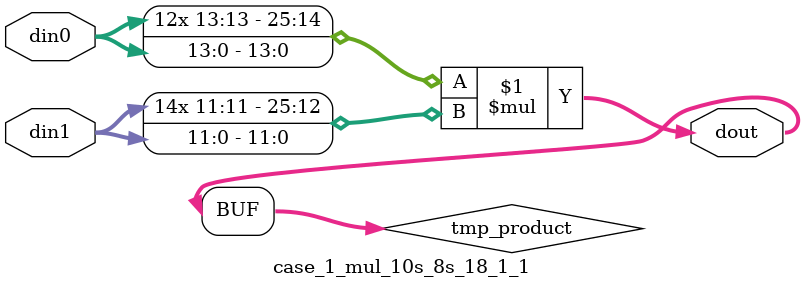
<source format=v>

`timescale 1 ns / 1 ps

 (* use_dsp = "no" *)  module case_1_mul_10s_8s_18_1_1(din0, din1, dout);
parameter ID = 1;
parameter NUM_STAGE = 0;
parameter din0_WIDTH = 14;
parameter din1_WIDTH = 12;
parameter dout_WIDTH = 26;

input [din0_WIDTH - 1 : 0] din0; 
input [din1_WIDTH - 1 : 0] din1; 
output [dout_WIDTH - 1 : 0] dout;

wire signed [dout_WIDTH - 1 : 0] tmp_product;



























assign tmp_product = $signed(din0) * $signed(din1);








assign dout = tmp_product;





















endmodule

</source>
